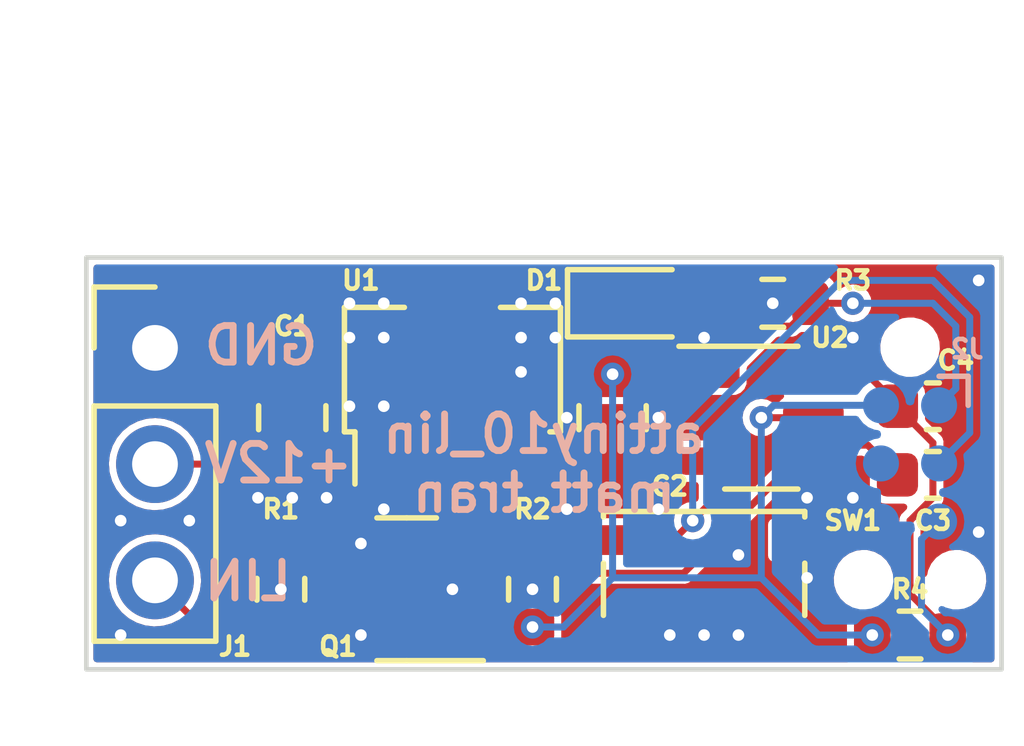
<source format=kicad_pcb>
(kicad_pcb (version 20221018) (generator pcbnew)
  (layers (0 "F.Cu" signal) (31 "B.Cu" signal) (34 "B.Paste" user) (35 "F.Paste" user) (36 "B.SilkS" user "B.Silkscreen") (37 "F.SilkS" user "F.Silkscreen") (38 "B.Mask" user) (39 "F.Mask" user) (44 "Edge.Cuts" user))
  (net 0 "")
  (net 1 "+12V")
  (net 2 "GND")
  (net 3 "+3V3")
  (net 4 "Net-(D1-Pad2)")
  (net 5 "/LIN")
  (net 6 "/TPIDATA")
  (net 7 "/TPICLK")
  (net 9 "/~{RESET}")
  (net 10 "/LIN_LV")
  (footprint "Capacitor_SMD:C_0805_2012Metric" (layer "F.Cu") (at 138 99 -90)
    (fp_text reference "C1" (at -2 0 180) (layer "F.SilkS") (effects (font (size 0.4 0.4) (thickness 0.1))))
    (fp_text value "10u")
    (fp_line (start -0.261252 -0.735) (end 0.261252 -0.735) (stroke (width 0.12)) (layer "F.SilkS"))
    (fp_line (start -0.261252 0.735) (end 0.261252 0.735) (stroke (width 0.12)) (layer "F.SilkS"))
    (pad "1" smd roundrect (at -0.95 0 270) (size 1 1.45) (layers "F.Cu" "F.Paste" "F.Mask") (net 1 "+12V"))
    (pad "2" smd roundrect (at 0.95 0 270) (size 1 1.45) (layers "F.Cu" "F.Paste" "F.Mask") (net 2 "GND"))
  )
  (footprint "Capacitor_SMD:C_0805_2012Metric" (layer "F.Cu") (at 145 99 -90)
    (fp_text reference "C2" (at 1.5 -1.25 180) (layer "F.SilkS") (effects (font (size 0.4 0.4) (thickness 0.1))))
    (fp_text value "10u")
    (fp_line (start -0.261252 -0.735) (end 0.261252 -0.735) (stroke (width 0.12)) (layer "F.SilkS"))
    (fp_line (start -0.261252 0.735) (end 0.261252 0.735) (stroke (width 0.12)) (layer "F.SilkS"))
    (pad "1" smd roundrect (at -0.95 0 270) (size 1 1.45) (layers "F.Cu" "F.Paste" "F.Mask") (net 3 "+3V3"))
    (pad "2" smd roundrect (at 0.95 0 270) (size 1 1.45) (layers "F.Cu" "F.Paste" "F.Mask") (net 2 "GND"))
  )
  (footprint "Button_Switch_SMD:SW_SPST_PTS810" (layer "F.Cu") (at 147 102.75)
    (fp_text reference "SW1" (at 3.25 -1.5) (layer "F.SilkS") (effects (font (size 0.4 0.4) (thickness 0.1))))
    (fp_text value "PTS810")
    (fp_line (start -2.2 -1.7) (end -2.2 -1.58) (stroke (width 0.12)) (layer "F.SilkS"))
    (fp_line (start -2.2 -0.57) (end -2.2 0.57) (stroke (width 0.12)) (layer "F.SilkS"))
    (fp_line (start 2.2 -1.7) (end -2.2 -1.7) (stroke (width 0.12)) (layer "F.SilkS"))
    (fp_line (start 2.2 -1.58) (end 2.2 -1.7) (stroke (width 0.12)) (layer "F.SilkS"))
    (fp_line (start 2.2 0.57) (end 2.2 -0.57) (stroke (width 0.12)) (layer "F.SilkS"))
    (pad "" smd rect (at 2.074988 -1.074994) (size 1.05 0.65) (layers "F.Cu" "F.Paste" "F.Mask"))
    (pad "1" smd rect (at -2.075 -1.075) (size 1.05 0.65) (layers "F.Cu" "F.Paste" "F.Mask") (net 7 "/TPICLK"))
    (pad "2" smd rect (at -2.075 1.075) (size 1.05 0.65) (layers "F.Cu" "F.Paste" "F.Mask") (net 2 "GND"))
    (pad "2" smd rect (at 2.075 1.075) (size 1.05 0.65) (layers "F.Cu" "F.Paste" "F.Mask") (net 2 "GND"))
  )
  (footprint "Resistor_SMD:R_0603_1608Metric" (layer "F.Cu") (at 148.5 96.5 180)
    (fp_text reference "R3" (at -1.75 0.5) (layer "F.SilkS") (effects (font (size 0.4 0.4) (thickness 0.1))))
    (fp_text value "1k")
    (fp_line (start -0.237258 -0.5225) (end 0.237258 -0.5225) (stroke (width 0.12)) (layer "F.SilkS"))
    (fp_line (start -0.237258 0.5225) (end 0.237258 0.5225) (stroke (width 0.12)) (layer "F.SilkS"))
    (pad "1" smd roundrect (at -0.825 0 180) (size 0.8 0.95) (layers "F.Cu" "F.Paste" "F.Mask") (net 6 "/TPIDATA"))
    (pad "2" smd roundrect (at 0.825 0 180) (size 0.8 0.95) (layers "F.Cu" "F.Paste" "F.Mask") (net 4 "Net-(D1-Pad2)"))
  )
  (footprint "Capacitor_SMD:C_0603_1608Metric" (layer "F.Cu") (at 152 100.25)
    (fp_text reference "C3" (at 0 1) (layer "F.SilkS") (effects (font (size 0.4 0.4) (thickness 0.1))))
    (fp_text value "100n")
    (fp_line (start -0.14058 -0.51) (end 0.14058 -0.51) (stroke (width 0.12)) (layer "F.SilkS"))
    (fp_line (start -0.14058 0.51) (end 0.14058 0.51) (stroke (width 0.12)) (layer "F.SilkS"))
    (pad "1" smd roundrect (at -0.775 0) (size 0.9 0.95) (layers "F.Cu" "F.Paste" "F.Mask") (net 3 "+3V3"))
    (pad "2" smd roundrect (at 0.775 0) (size 0.9 0.95) (layers "F.Cu" "F.Paste" "F.Mask") (net 2 "GND"))
  )
  (footprint "Connector_PinHeader_2.54mm:PinHeader_1x03_P2.54mm_Vertical" (layer "F.Cu") (at 135 97.475)
    (fp_text reference "J1" (at 1.75 6.525) (layer "F.SilkS") (effects (font (size 0.4 0.4) (thickness 0.1))))
    (fp_text value "PWR/LIN")
    (fp_line (start -1.33 -1.33) (end 0 -1.33) (stroke (width 0.12)) (layer "F.SilkS"))
    (fp_line (start -1.33 0) (end -1.33 -1.33) (stroke (width 0.12)) (layer "F.SilkS"))
    (fp_line (start -1.33 1.27) (end -1.33 6.41) (stroke (width 0.12)) (layer "F.SilkS"))
    (fp_line (start -1.33 1.27) (end 1.33 1.27) (stroke (width 0.12)) (layer "F.SilkS"))
    (fp_line (start -1.33 6.41) (end 1.33 6.41) (stroke (width 0.12)) (layer "F.SilkS"))
    (fp_line (start 1.33 1.27) (end 1.33 6.41) (stroke (width 0.12)) (layer "F.SilkS"))
    (pad "1" thru_hole rect (at 0 0) (size 1.7 1.7) (drill 1) (layers "*.Cu" "*.Mask") (net 2 "GND"))
    (pad "2" thru_hole oval (at 0 2.54) (size 1.7 1.7) (drill 1) (layers "*.Cu" "*.Mask") (net 1 "+12V"))
    (pad "3" thru_hole oval (at 0 5.08) (size 1.7 1.7) (drill 1) (layers "*.Cu" "*.Mask") (net 5 "/LIN"))
  )
  (footprint "LED_SMD:LED_0603_1608Metric" (layer "F.Cu") (at 145.5 96.5)
    (fp_text reference "D1" (at -2 -0.5) (layer "F.SilkS") (effects (font (size 0.4 0.4) (thickness 0.1))))
    (fp_text value "LED")
    (fp_line (start -1.485 -0.735) (end -1.485 0.735) (stroke (width 0.12)) (layer "F.SilkS"))
    (fp_line (start -1.485 0.735) (end 0.8 0.735) (stroke (width 0.12)) (layer "F.SilkS"))
    (fp_line (start 0.8 -0.735) (end -1.485 -0.735) (stroke (width 0.12)) (layer "F.SilkS"))
    (pad "1" smd roundrect (at -0.7875 0) (size 0.875 0.95) (layers "F.Cu" "F.Paste" "F.Mask") (net 2 "GND"))
    (pad "2" smd roundrect (at 0.7875 0) (size 0.875 0.95) (layers "F.Cu" "F.Paste" "F.Mask") (net 4 "Net-(D1-Pad2)"))
  )
  (footprint "Resistor_SMD:R_0603_1608Metric" (layer "F.Cu") (at 151.5 103.75)
    (fp_text reference "R4" (at 0 -1) (layer "F.SilkS") (effects (font (size 0.4 0.4) (thickness 0.1))))
    (fp_text value "10k")
    (fp_line (start -0.237258 -0.5225) (end 0.237258 -0.5225) (stroke (width 0.12)) (layer "F.SilkS"))
    (fp_line (start -0.237258 0.5225) (end 0.237258 0.5225) (stroke (width 0.12)) (layer "F.SilkS"))
    (pad "1" smd roundrect (at -0.825 0) (size 0.8 0.95) (layers "F.Cu" "F.Paste" "F.Mask") (net 3 "+3V3"))
    (pad "2" smd roundrect (at 0.825 0) (size 0.8 0.95) (layers "F.Cu" "F.Paste" "F.Mask") (net 9 "/~{RESET}"))
  )
  (footprint "Capacitor_SMD:C_0603_1608Metric" (layer "F.Cu") (at 152 98.75)
    (fp_text reference "C4" (at 0.5 -1) (layer "F.SilkS") (effects (font (size 0.4 0.4) (thickness 0.1))))
    (fp_text value "100n")
    (fp_line (start -0.14058 -0.51) (end 0.14058 -0.51) (stroke (width 0.12)) (layer "F.SilkS"))
    (fp_line (start -0.14058 0.51) (end 0.14058 0.51) (stroke (width 0.12)) (layer "F.SilkS"))
    (pad "1" smd roundrect (at -0.775 0) (size 0.9 0.95) (layers "F.Cu" "F.Paste" "F.Mask") (net 9 "/~{RESET}"))
    (pad "2" smd roundrect (at 0.775 0) (size 0.9 0.95) (layers "F.Cu" "F.Paste" "F.Mask") (net 2 "GND"))
  )
  (footprint "Package_TO_SOT_SMD:SOT-23-6" (layer "F.Cu") (at 148.25 99)
    (fp_text reference "U2" (at 1.5 -1.75) (layer "F.SilkS") (effects (font (size 0.4 0.4) (thickness 0.1))))
    (fp_text value "ATtiny10-TS")
    (fp_line (start 0 -1.56) (end -1.8 -1.56) (stroke (width 0.12)) (layer "F.SilkS"))
    (fp_line (start 0 -1.56) (end 0.8 -1.56) (stroke (width 0.12)) (layer "F.SilkS"))
    (fp_line (start 0 1.56) (end -0.8 1.56) (stroke (width 0.12)) (layer "F.SilkS"))
    (fp_line (start 0 1.56) (end 0.8 1.56) (stroke (width 0.12)) (layer "F.SilkS"))
    (pad "1" smd roundrect (at -1.1375 -0.95) (size 1.325 0.6) (layers "F.Cu" "F.Paste" "F.Mask") (net 6 "/TPIDATA"))
    (pad "2" smd roundrect (at -1.1375 0) (size 1.325 0.6) (layers "F.Cu" "F.Paste" "F.Mask") (net 2 "GND"))
    (pad "3" smd roundrect (at -1.1375 0.95) (size 1.325 0.6) (layers "F.Cu" "F.Paste" "F.Mask") (net 7 "/TPICLK"))
    (pad "4" smd roundrect (at 1.1375 0.95) (size 1.325 0.6) (layers "F.Cu" "F.Paste" "F.Mask") (net 10 "/LIN_LV"))
    (pad "5" smd roundrect (at 1.1375 0) (size 1.325 0.6) (layers "F.Cu" "F.Paste" "F.Mask") (net 3 "+3V3"))
    (pad "6" smd roundrect (at 1.1375 -0.95) (size 1.325 0.6) (layers "F.Cu" "F.Paste" "F.Mask") (net 9 "/~{RESET}"))
  )
  (footprint "Resistor_SMD:R_0603_1608Metric" (layer "F.Cu") (at 137.75 102.75 90)
    (fp_text reference "R1" (at 1.75 0 180) (layer "F.SilkS") (effects (font (size 0.4 0.4) (thickness 0.1))))
    (fp_text value "47k")
    (fp_line (start -0.237258 -0.5225) (end 0.237258 -0.5225) (stroke (width 0.12)) (layer "F.SilkS"))
    (fp_line (start -0.237258 0.5225) (end 0.237258 0.5225) (stroke (width 0.12)) (layer "F.SilkS"))
    (pad "1" smd roundrect (at -0.825 0 90) (size 0.8 0.95) (layers "F.Cu" "F.Paste" "F.Mask") (net 5 "/LIN"))
    (pad "2" smd roundrect (at 0.825 0 90) (size 0.8 0.95) (layers "F.Cu" "F.Paste" "F.Mask") (net 1 "+12V"))
  )
  (footprint "Package_TO_SOT_SMD:SOT-23" (layer "F.Cu") (at 140.5 102.75 180)
    (fp_text reference "Q1" (at 1.5 -1.25) (layer "F.SilkS") (effects (font (size 0.4 0.4) (thickness 0.1))))
    (fp_text value "DMG2302UK-7")
    (fp_line (start 0 -1.56) (end -1.675 -1.56) (stroke (width 0.12)) (layer "F.SilkS"))
    (fp_line (start 0 -1.56) (end 0.65 -1.56) (stroke (width 0.12)) (layer "F.SilkS"))
    (fp_line (start 0 1.56) (end -0.65 1.56) (stroke (width 0.12)) (layer "F.SilkS"))
    (fp_line (start 0 1.56) (end 0.65 1.56) (stroke (width 0.12)) (layer "F.SilkS"))
    (pad "1" smd roundrect (at -0.9375 -0.95 180) (size 1.475 0.6) (layers "F.Cu" "F.Paste" "F.Mask") (net 3 "+3V3"))
    (pad "2" smd roundrect (at -0.9375 0.95 180) (size 1.475 0.6) (layers "F.Cu" "F.Paste" "F.Mask") (net 10 "/LIN_LV"))
    (pad "3" smd roundrect (at 0.9375 0 180) (size 1.475 0.6) (layers "F.Cu" "F.Paste" "F.Mask") (net 5 "/LIN"))
  )
  (footprint "Package_TO_SOT_SMD:SOT-89-3" (layer "F.Cu") (at 141.5 98.25 90)
    (fp_text reference "U1" (at 2.25 -2 180) (layer "F.SilkS") (effects (font (size 0.4 0.4) (thickness 0.1))))
    (fp_text value "AZ1117CR2-3.3TRG1")
    (fp_line (start -2.2 -2.13) (end -1.06 -2.13) (stroke (width 0.12)) (layer "F.SilkS"))
    (fp_line (start -1.06 -2.36) (end -1.06 -2.13) (stroke (width 0.12)) (layer "F.SilkS"))
    (fp_line (start -1.06 -2.36) (end 1.66 -2.36) (stroke (width 0.12)) (layer "F.SilkS"))
    (fp_line (start -1.06 2.36) (end -1.06 2.13) (stroke (width 0.12)) (layer "F.SilkS"))
    (fp_line (start 1.66 -2.36) (end 1.66 -1.05) (stroke (width 0.12)) (layer "F.SilkS"))
    (fp_line (start 1.66 1.05) (end 1.66 2.36) (stroke (width 0.12)) (layer "F.SilkS"))
    (fp_line (start 1.66 2.36) (end -1.06 2.36) (stroke (width 0.12)) (layer "F.SilkS"))
    (pad "1" smd rect (at -1.65 -1.5 90) (size 1.3 0.9) (layers "F.Cu" "F.Paste" "F.Mask") (net 2 "GND"))
    (pad "2" smd custom (at -1.5625 0 90) (size 1.475 0.9) (layers "F.Cu" "F.Paste" "F.Mask") (net 1 "+12V") (options (clearance outline) (anchor rect)) (primitives (gr_poly (pts (xy 3.8625 0.8665) (xy 0.7375 0.8665) (xy 0.7375 -0.8665) (xy 3.8625 -0.8665)) (width 0) (fill yes))))
    (pad "3" smd rect (at -1.65 1.5 90) (size 1.3 0.9) (layers "F.Cu" "F.Paste" "F.Mask") (net 3 "+3V3"))
  )
  (footprint "Resistor_SMD:R_0603_1608Metric" (layer "F.Cu") (at 143.25 102.75 90)
    (fp_text reference "R2" (at 1.75 0 180) (layer "F.SilkS") (effects (font (size 0.4 0.4) (thickness 0.1))))
    (fp_text value "10k")
    (fp_line (start -0.237258 -0.5225) (end 0.237258 -0.5225) (stroke (width 0.12)) (layer "F.SilkS"))
    (fp_line (start -0.237258 0.5225) (end 0.237258 0.5225) (stroke (width 0.12)) (layer "F.SilkS"))
    (pad "1" smd roundrect (at -0.825 0 90) (size 0.8 0.95) (layers "F.Cu" "F.Paste" "F.Mask") (net 3 "+3V3"))
    (pad "2" smd roundrect (at 0.825 0 90) (size 0.8 0.95) (layers "F.Cu" "F.Paste" "F.Mask") (net 10 "/LIN_LV"))
  )
  (footprint "Connector:Tag-Connect_TC2030-IDC-NL_2x03_P1.27mm_Vertical" (layer "B.Cu") (at 151.5 100 -90)
    (fp_text reference "J2" (at -2.5 -1.25 180) (layer "B.SilkS") (effects (font (size 0.4 0.4) (thickness 0.1)) (justify mirror)))
    (fp_text value "TPI")
    (fp_line (start -1.905 -1.27) (end -1.905 -0.635) (stroke (width 0.12)) (layer "B.SilkS"))
    (fp_line (start -1.27 -1.27) (end -1.905 -1.27) (stroke (width 0.12)) (layer "B.SilkS"))
    (pad "" np_thru_hole circle (at -2.54 0 270) (size 0.9906 0.9906) (drill 0.9906) (layers "*.Cu" "*.Mask"))
    (pad "" np_thru_hole circle (at 2.54 -1.016 270) (size 0.9906 0.9906) (drill 0.9906) (layers "*.Cu" "*.Mask"))
    (pad "" np_thru_hole circle (at 2.54 1.016 270) (size 0.9906 0.9906) (drill 0.9906) (layers "*.Cu" "*.Mask"))
    (pad "1" connect circle (at -1.27 -0.635 270) (size 0.7874 0.7874) (layers "B.Cu" "B.Mask") (net 6 "/TPIDATA"))
    (pad "2" connect circle (at -1.27 0.635 270) (size 0.7874 0.7874) (layers "B.Cu" "B.Mask") (net 3 "+3V3"))
    (pad "3" connect circle (at 0 -0.635 270) (size 0.7874 0.7874) (layers "B.Cu" "B.Mask") (net 7 "/TPICLK"))
    (pad "4" connect circle (at 0 0.635 270) (size 0.7874 0.7874) (layers "B.Cu" "B.Mask"))
    (pad "5" connect circle (at 1.27 -0.635 270) (size 0.7874 0.7874) (layers "B.Cu" "B.Mask") (net 9 "/~{RESET}"))
    (pad "6" connect circle (at 1.270003 0.634998 270) (size 0.7874 0.7874) (layers "B.Cu" "B.Mask") (net 2 "GND"))
    (zone (net 0) (net_name "") (layer "B.Cu") (connect_pads (clearance 0)) (min_thickness 0.254)
      (keepout (tracks allowed) (vias not_allowed) (pads allowed) (copperpour not_allowed) (footprints not_allowed))
      (fill (thermal_gap 0.508) (thermal_bridge_width 0.508))
      (polygon (pts (xy 150.865 101.27) (xy 150.865 98.73) (xy 152.135 98.73) (xy 152.135 101.27)))
    )
  )
  (gr_rect (start 133.5 95.5) (end 153.5 104.5) (stroke (width 0.1)) (fill none) (layer "Edge.Cuts"))
  (gr_text "GND\n\n+12V\n\nLIN" (at 136 100) (layer "B.SilkS") (effects (font (size 0.8 0.8)) (justify right mirror)))
  (gr_text "attiny10_lin\nmatt tran" (at 143.5 100) (layer "B.SilkS") (effects (font (size 0.8 0.8)) (justify mirror)))
  (segment (start 136.95 98.05) (end 136.5 98.5) (width 0.1524) (layer "F.Cu") (net 1))
  (segment (start 138 98.05) (end 136.95 98.05) (width 0.1524) (layer "F.Cu") (net 1))
  (segment (start 136.5 98.5) (end 136.5 100) (width 0.1524) (layer "F.Cu") (net 1))
  (segment (start 141.5 99.8125) (end 141.5 98.25) (width 0.1524) (layer "F.Cu") (net 1))
  (segment (start 136.5 101.5) (end 136.925 101.925) (width 0.1524) (layer "F.Cu") (net 1))
  (segment (start 141.5 98.25) (end 141.3 98.05) (width 0.1524) (layer "F.Cu") (net 1))
  (segment (start 141.3 98.05) (end 138 98.05) (width 0.1524) (layer "F.Cu") (net 1))
  (segment (start 136.5 100) (end 136.5 101.5) (width 0.1524) (layer "F.Cu") (net 1))
  (segment (start 136.485 100.015) (end 136.5 100) (width 0.1524) (layer "F.Cu") (net 1))
  (segment (start 135 100.015) (end 136.485 100.015) (width 0.1524) (layer "F.Cu") (net 1))
  (segment (start 136.925 101.925) (end 137.75 101.925) (width 0.1524) (layer "F.Cu") (net 1))
  (via (at 144 101) (size 0.508) (drill 0.254) (layers "F.Cu" "B.Cu") (net 2))
  (via (at 150.25 97.25) (size 0.508) (drill 0.254) (layers "F.Cu" "B.Cu") (net 2))
  (via (at 153 101.5) (size 0.508) (drill 0.254) (layers "F.Cu" "B.Cu") (net 2))
  (via (at 147 97.25) (size 0.508) (drill 0.254) (layers "F.Cu" "B.Cu") (net 2))
  (via (at 140 97.25) (size 0.508) (drill 0.254) (layers "F.Cu" "B.Cu") (net 2))
  (via (at 134.25 101.25) (size 0.508) (drill 0.254) (layers "F.Cu" "B.Cu") (net 2))
  (via (at 143 96.5) (size 0.508) (drill 0.254) (layers "F.Cu" "B.Cu") (net 2))
  (via (at 137.25 100.75) (size 0.508) (drill 0.254) (layers "F.Cu" "B.Cu") (net 2))
  (via (at 147.75 102) (size 0.508) (drill 0.254) (layers "F.Cu" "B.Cu") (net 2))
  (via (at 143 98) (size 0.508) (drill 0.254) (layers "F.Cu" "B.Cu") (net 2))
  (via (at 139.25 98.75) (size 0.508) (drill 0.254) (layers "F.Cu" "B.Cu") (net 2))
  (via (at 143.75 96.5) (size 0.508) (drill 0.254) (layers "F.Cu" "B.Cu") (net 2))
  (via (at 137.75 102.75) (size 0.508) (drill 0.254) (layers "F.Cu" "B.Cu") (net 2))
  (via (at 134.25 103.75) (size 0.508) (drill 0.254) (layers "F.Cu" "B.Cu") (net 2))
  (via (at 141.5 102.75) (size 0.508) (drill 0.254) (layers "F.Cu" "B.Cu") (net 2))
  (via (at 149.25 102.5) (size 0.508) (drill 0.254) (layers "F.Cu" "B.Cu") (net 2))
  (via (at 150.25 100.75) (size 0.508) (drill 0.254) (layers "F.Cu" "B.Cu") (net 2))
  (via (at 147 103.75) (size 0.508) (drill 0.254) (layers "F.Cu" "B.Cu") (net 2))
  (via (at 147.75 103.75) (size 0.508) (drill 0.254) (layers "F.Cu" "B.Cu") (net 2))
  (via (at 135.75 101.25) (size 0.508) (drill 0.254) (layers "F.Cu" "B.Cu") (net 2))
  (via (at 138.75 100.75) (size 0.508) (drill 0.254) (layers "F.Cu" "B.Cu") (net 2))
  (via (at 146.25 103.75) (size 0.508) (drill 0.254) (layers "F.Cu" "B.Cu") (net 2))
  (via (at 139.25 97.25) (size 0.508) (drill 0.254) (layers "F.Cu" "B.Cu") (net 2))
  (via (at 149.25 100.75) (size 0.508) (drill 0.254) (layers "F.Cu" "B.Cu") (net 2))
  (via (at 138 100.75) (size 0.508) (drill 0.254) (layers "F.Cu" "B.Cu") (net 2))
  (via (at 153 96) (size 0.508) (drill 0.254) (layers "F.Cu" "B.Cu") (net 2))
  (via (at 146 101) (size 0.508) (drill 0.254) (layers "F.Cu" "B.Cu") (net 2))
  (via (at 143.75 97.25) (size 0.508) (drill 0.254) (layers "F.Cu" "B.Cu") (net 2))
  (via (at 140 96.5) (size 0.508) (drill 0.254) (layers "F.Cu" "B.Cu") (net 2))
  (via (at 143.25 102.75) (size 0.508) (drill 0.254) (layers "F.Cu" "B.Cu") (net 2))
  (via (at 139.5 103.75) (size 0.508) (drill 0.254) (layers "F.Cu" "B.Cu") (net 2))
  (via (at 140 101) (size 0.508) (drill 0.254) (layers "F.Cu" "B.Cu") (net 2))
  (via (at 146 99) (size 0.508) (drill 0.254) (layers "F.Cu" "B.Cu") (net 2))
  (via (at 143 97.25) (size 0.508) (drill 0.254) (layers "F.Cu" "B.Cu") (net 2))
  (via (at 140 98.75) (size 0.508) (drill 0.254) (layers "F.Cu" "B.Cu") (net 2))
  (via (at 139.25 96.5) (size 0.508) (drill 0.254) (layers "F.Cu" "B.Cu") (net 2))
  (via (at 139.5 101.75) (size 0.508) (drill 0.254) (layers "F.Cu" "B.Cu") (net 2))
  (via (at 144 99) (size 0.508) (drill 0.254) (layers "F.Cu" "B.Cu") (net 2))
  (via (at 148.5 96.5) (size 0.508) (drill 0.254) (layers "F.Cu" "B.Cu") (net 2))
  (segment (start 149.3875 99) (end 148.25 99) (width 0.1524) (layer "F.Cu") (net 3))
  (segment (start 149.75 99) (end 150.35 99.6) (width 0.1524) (layer "F.Cu") (net 3))
  (segment (start 150.575 99.6) (end 151.225 100.25) (width 0.1524) (layer "F.Cu") (net 3))
  (segment (start 143 99) (end 143.95 98.05) (width 0.1524) (layer "F.Cu") (net 3))
  (segment (start 150.35 99.6) (end 150.575 99.6) (width 0.1524) (layer "F.Cu") (net 3))
  (segment (start 143.125 103.7) (end 143.25 103.575) (width 0.1524) (layer "F.Cu") (net 3))
  (segment (start 141.4375 103.7) (end 143.125 103.7) (width 0.1524) (layer "F.Cu") (net 3))
  (segment (start 149.3875 99) (end 149.75 99) (width 0.1524) (layer "F.Cu") (net 3))
  (segment (start 143 99.9) (end 143 99) (width 0.1524) (layer "F.Cu") (net 3))
  (segment (start 143.95 98.05) (end 145 98.05) (width 0.1524) (layer "F.Cu") (net 3))
  (via (at 145 98.05) (size 0.508) (drill 0.254) (layers "F.Cu" "B.Cu") (net 3))
  (via (at 143.25 103.575) (size 0.508) (drill 0.254) (layers "F.Cu" "B.Cu") (net 3))
  (via (at 148.25 99) (size 0.508) (drill 0.254) (layers "F.Cu" "B.Cu") (net 3))
  (via (at 150.675 103.75) (size 0.508) (drill 0.254) (layers "F.Cu" "B.Cu") (net 3))
  (segment (start 145 98.05) (end 145 102.5) (width 0.1524) (layer "B.Cu") (net 3))
  (segment (start 149.5 103.75) (end 150.675 103.75) (width 0.1524) (layer "B.Cu") (net 3))
  (segment (start 148.25 102.5) (end 149.5 103.75) (width 0.1524) (layer "B.Cu") (net 3))
  (segment (start 150.865 98.73) (end 148.52 98.73) (width 0.1524) (layer "B.Cu") (net 3))
  (segment (start 148.52 98.73) (end 148.25 99) (width 0.1524) (layer "B.Cu") (net 3))
  (segment (start 145 102.5) (end 143.925 103.575) (width 0.1524) (layer "B.Cu") (net 3))
  (segment (start 148.25 102.5) (end 145 102.5) (width 0.1524) (layer "B.Cu") (net 3))
  (segment (start 143.925 103.575) (end 143.25 103.575) (width 0.1524) (layer "B.Cu") (net 3))
  (segment (start 148.25 99) (end 148.25 102.5) (width 0.1524) (layer "B.Cu") (net 3))
  (segment (start 146.2875 96.5) (end 147.675 96.5) (width 0.1524) (layer "F.Cu") (net 4))
  (segment (start 136.02 103.575) (end 137.75 103.575) (width 0.1524) (layer "F.Cu") (net 5))
  (segment (start 137.75 103.575) (end 138.575 102.75) (width 0.1524) (layer "F.Cu") (net 5))
  (segment (start 135 102.555) (end 136.02 103.575) (width 0.1524) (layer "F.Cu") (net 5))
  (segment (start 138.575 102.75) (end 139.5625 102.75) (width 0.1524) (layer "F.Cu") (net 5))
  (segment (start 147.45 98.05) (end 148.5 97) (width 0.1524) (layer "F.Cu") (net 6))
  (segment (start 147.1125 98.05) (end 147.45 98.05) (width 0.1524) (layer "F.Cu") (net 6))
  (segment (start 148.9 97) (end 149.325 96.575) (width 0.1524) (layer "F.Cu") (net 6))
  (segment (start 149.325 96.575) (end 149.325 96.5) (width 0.1524) (layer "F.Cu") (net 6))
  (segment (start 149.325 96.5) (end 150.25 96.5) (width 0.1524) (layer "F.Cu") (net 6))
  (segment (start 148.5 97) (end 148.9 97) (width 0.1524) (layer "F.Cu") (net 6))
  (via (at 150.25 96.5) (size 0.508) (drill 0.254) (layers "F.Cu" "B.Cu") (net 6))
  (segment (start 150.25 96.5) (end 152 96.5) (width 0.1524) (layer "B.Cu") (net 6))
  (segment (start 152 96.5) (end 152.5 97) (width 0.1524) (layer "B.Cu") (net 6))
  (segment (start 152.5 97) (end 152.5 98.365) (width 0.1524) (layer "B.Cu") (net 6))
  (segment (start 152.5 98.365) (end 152.135 98.73) (width 0.1524) (layer "B.Cu") (net 6))
  (segment (start 146.75 101.25) (end 146.325 101.675) (width 0.1524) (layer "F.Cu") (net 7))
  (segment (start 146.325 101.675) (end 144.925 101.675) (width 0.1524) (layer "F.Cu") (net 7))
  (segment (start 147.1125 100.8875) (end 147.1125 99.95) (width 0.1524) (layer "F.Cu") (net 7))
  (segment (start 146.75 101.25) (end 147.1125 100.8875) (width 0.1524) (layer "F.Cu") (net 7))
  (via (at 146.75 101.25) (size 0.508) (drill 0.254) (layers "F.Cu" "B.Cu") (net 7))
  (segment (start 152.8048 99.3302) (end 152.135 100) (width 0.1524) (layer "B.Cu") (net 7))
  (segment (start 152 96) (end 152.8048 96.8048) (width 0.1524) (layer "B.Cu") (net 7))
  (segment (start 150 96) (end 152 96) (width 0.1524) (layer "B.Cu") (net 7))
  (segment (start 146.75 99.25) (end 150 96) (width 0.1524) (layer "B.Cu") (net 7))
  (segment (start 146.75 101.25) (end 146.75 99.25) (width 0.1524) (layer "B.Cu") (net 7))
  (segment (start 152.8048 96.8048) (end 152.8048 99.3302) (width 0.1524) (layer "B.Cu") (net 7))
  (segment (start 151.225 98.775) (end 152 99.55) (width 0.1524) (layer "F.Cu") (net 9))
  (segment (start 150.5625 98.05) (end 151.225 98.7125) (width 0.1524) (layer "F.Cu") (net 9))
  (segment (start 151.5 102.85) (end 152.325 103.675) (width 0.1524) (layer "F.Cu") (net 9))
  (segment (start 151.225 98.7125) (end 151.225 98.75) (width 0.1524) (layer "F.Cu") (net 9))
  (segment (start 151.225 98.75) (end 151.225 98.775) (width 0.1524) (layer "F.Cu") (net 9))
  (segment (start 152 100.75) (end 151.5 101.25) (width 0.1524) (layer "F.Cu") (net 9))
  (segment (start 151.5 101.25) (end 151.5 102.85) (width 0.1524) (layer "F.Cu") (net 9))
  (segment (start 152.325 103.675) (end 152.325 103.75) (width 0.1524) (layer "F.Cu") (net 9))
  (segment (start 149.3875 98.05) (end 150.5625 98.05) (width 0.1524) (layer "F.Cu") (net 9))
  (segment (start 152 99.55) (end 152 100.75) (width 0.1524) (layer "F.Cu") (net 9))
  (via (at 152.325 103.75) (size 0.508) (drill 0.254) (layers "F.Cu" "B.Cu") (net 9))
  (segment (start 151.75 103.175) (end 151.75 101.655) (width 0.1524) (layer "B.Cu") (net 9))
  (segment (start 152.325 103.75) (end 151.75 103.175) (width 0.1524) (layer "B.Cu") (net 9))
  (segment (start 151.75 101.655) (end 152.135 101.27) (width 0.1524) (layer "B.Cu") (net 9))
  (segment (start 141.4375 101.8) (end 143.125 101.8) (width 0.1524) (layer "F.Cu") (net 10))
  (segment (start 143.8 102.4) (end 146.55 102.4) (width 0.1524) (layer "F.Cu") (net 10))
  (segment (start 143.125 101.8) (end 143.25 101.925) (width 0.1524) (layer "F.Cu") (net 10))
  (segment (start 143.325 101.925) (end 143.8 102.4) (width 0.1524) (layer "F.Cu") (net 10))
  (segment (start 146.55 102.4) (end 149 99.95) (width 0.1524) (layer "F.Cu") (net 10))
  (segment (start 143.25 101.925) (end 143.325 101.925) (width 0.1524) (layer "F.Cu") (net 10))
  (segment (start 149 99.95) (end 149.3875 99.95) (width 0.1524) (layer "F.Cu") (net 10))
  (zone (net 2) (net_name "GND") (layers "F&B.Cu") (connect_pads yes (clearance 0.1524)) (min_thickness 0.1524) (fill yes (thermal_gap 0.1524) (thermal_bridge_width 0.3048))
    (polygon (pts (xy 153.5 104.5) (xy 133.5 104.5) (xy 133.5 95.5) (xy 153.5 95.5)))
  )
)
</source>
